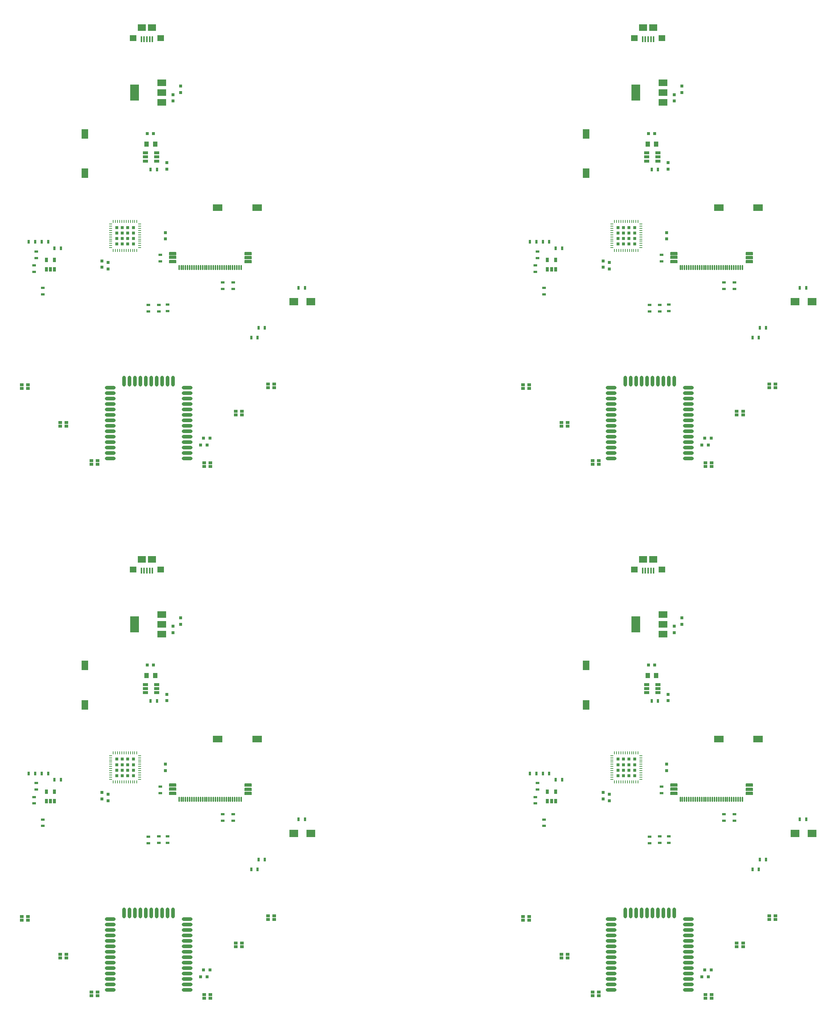
<source format=gtp>
G04 #@! TF.FileFunction,Paste,Top*
%FSLAX46Y46*%
G04 Gerber Fmt 4.6, Leading zero omitted, Abs format (unit mm)*
G04 Created by KiCad (PCBNEW 4.0.7-e2-6376~58~ubuntu16.04.1) date Sat Nov  3 10:34:09 2018*
%MOMM*%
%LPD*%
G01*
G04 APERTURE LIST*
%ADD10C,0.150000*%
%ADD11R,0.750000X0.800000*%
%ADD12R,0.650000X1.060000*%
%ADD13R,0.900000X0.500000*%
%ADD14R,0.500000X0.900000*%
%ADD15R,0.800000X0.750000*%
%ADD16R,2.180000X1.600000*%
%ADD17R,1.600000X2.180000*%
%ADD18R,1.220000X0.650000*%
%ADD19R,2.000000X3.800000*%
%ADD20R,2.000000X1.500000*%
%ADD21R,1.000000X1.250000*%
%ADD22R,0.850000X0.650000*%
%ADD23R,2.000000X1.700000*%
%ADD24R,1.600000X1.400000*%
%ADD25R,0.400000X1.350000*%
%ADD26R,1.900000X1.600000*%
%ADD27O,0.300000X1.250000*%
%ADD28O,0.250000X0.700000*%
%ADD29R,0.250000X0.700000*%
%ADD30O,0.700000X0.250000*%
%ADD31R,0.700000X0.250000*%
%ADD32R,0.772500X0.772500*%
%ADD33O,2.500000X0.900000*%
%ADD34O,0.900000X2.500000*%
G04 APERTURE END LIST*
D10*
X205050000Y-129225000D02*
X203850000Y-129225000D01*
X205050000Y-129125000D02*
X205050000Y-129225000D01*
X203750000Y-129125000D02*
X205050000Y-129125000D01*
X203750000Y-129325000D02*
X203750000Y-129125000D01*
X205150000Y-129325000D02*
X203750000Y-129325000D01*
X205150000Y-129025000D02*
X205150000Y-129325000D01*
X203750000Y-129025000D02*
X205150000Y-129025000D01*
X203750000Y-129425000D02*
X203750000Y-129025000D01*
X205050000Y-129425000D02*
X203750000Y-129425000D01*
X205150000Y-128925000D02*
X205150000Y-129525000D01*
X203650000Y-128925000D02*
X205150000Y-128925000D01*
X203650000Y-129525000D02*
X203650000Y-128925000D01*
X205150000Y-129525000D02*
X203650000Y-129525000D01*
X205050000Y-129225000D02*
X203850000Y-129225000D01*
X205050000Y-129125000D02*
X205050000Y-129225000D01*
X203750000Y-129125000D02*
X205050000Y-129125000D01*
X203750000Y-129325000D02*
X203750000Y-129125000D01*
X203750000Y-129425000D02*
X203750000Y-129025000D01*
X205050000Y-129425000D02*
X203750000Y-129425000D01*
X203650000Y-129525000D02*
X203650000Y-128925000D01*
X205150000Y-129525000D02*
X203650000Y-129525000D01*
X203650000Y-128925000D02*
X205150000Y-128925000D01*
X205150000Y-128925000D02*
X205150000Y-129525000D01*
X203750000Y-129025000D02*
X205150000Y-129025000D01*
X205150000Y-129325000D02*
X203750000Y-129325000D01*
X205150000Y-129025000D02*
X205150000Y-129325000D01*
X205050000Y-129225000D02*
X203850000Y-129225000D01*
X205050000Y-129125000D02*
X205050000Y-129225000D01*
X203750000Y-129125000D02*
X205050000Y-129125000D01*
X203750000Y-129325000D02*
X203750000Y-129125000D01*
X203750000Y-129425000D02*
X203750000Y-129025000D01*
X205050000Y-129425000D02*
X203750000Y-129425000D01*
X203650000Y-129525000D02*
X203650000Y-128925000D01*
X205150000Y-129525000D02*
X203650000Y-129525000D01*
X203650000Y-128925000D02*
X205150000Y-128925000D01*
X205150000Y-128925000D02*
X205150000Y-129525000D01*
X203750000Y-129025000D02*
X205150000Y-129025000D01*
X205150000Y-129325000D02*
X203750000Y-129325000D01*
X205150000Y-129025000D02*
X205150000Y-129325000D01*
X203650000Y-127925000D02*
X205150000Y-127925000D01*
X203750000Y-128025000D02*
X205150000Y-128025000D01*
X203750000Y-128025000D02*
X205150000Y-128025000D01*
X203650000Y-127925000D02*
X205150000Y-127925000D01*
X203650000Y-127925000D02*
X205150000Y-127925000D01*
X203750000Y-128025000D02*
X205150000Y-128025000D01*
X203750000Y-128425000D02*
X203750000Y-128025000D01*
X203750000Y-128325000D02*
X203750000Y-128125000D01*
X203750000Y-128325000D02*
X203750000Y-128125000D01*
X203750000Y-128425000D02*
X203750000Y-128025000D01*
X203750000Y-128425000D02*
X203750000Y-128025000D01*
X203750000Y-128325000D02*
X203750000Y-128125000D01*
X205150000Y-128525000D02*
X203650000Y-128525000D01*
X205150000Y-128525000D02*
X203650000Y-128525000D01*
X205150000Y-128325000D02*
X203750000Y-128325000D01*
X205150000Y-128325000D02*
X203750000Y-128325000D01*
X205150000Y-128525000D02*
X203650000Y-128525000D01*
X205150000Y-128325000D02*
X203750000Y-128325000D01*
X205050000Y-128425000D02*
X203750000Y-128425000D01*
X205050000Y-128425000D02*
X203750000Y-128425000D01*
X203750000Y-128125000D02*
X205050000Y-128125000D01*
X203650000Y-128525000D02*
X203650000Y-127925000D01*
X203650000Y-128525000D02*
X203650000Y-127925000D01*
X205050000Y-128425000D02*
X203750000Y-128425000D01*
X203650000Y-128525000D02*
X203650000Y-127925000D01*
X205150000Y-127925000D02*
X205150000Y-128525000D01*
X205150000Y-128025000D02*
X205150000Y-128325000D01*
X205150000Y-128025000D02*
X205150000Y-128325000D01*
X205150000Y-128025000D02*
X205150000Y-128325000D01*
X205150000Y-127925000D02*
X205150000Y-128525000D01*
X205150000Y-127925000D02*
X205150000Y-128525000D01*
X203750000Y-128125000D02*
X205050000Y-128125000D01*
X203750000Y-128125000D02*
X205050000Y-128125000D01*
X205050000Y-128225000D02*
X203850000Y-128225000D01*
X205050000Y-128225000D02*
X203850000Y-128225000D01*
X205050000Y-128225000D02*
X203850000Y-128225000D01*
X205050000Y-128125000D02*
X205050000Y-128225000D01*
X205050000Y-128125000D02*
X205050000Y-128225000D01*
X205050000Y-128125000D02*
X205050000Y-128225000D01*
X203650000Y-127025000D02*
X205150000Y-127025000D01*
X203750000Y-127125000D02*
X205150000Y-127125000D01*
X203750000Y-127125000D02*
X205150000Y-127125000D01*
X203650000Y-127025000D02*
X205150000Y-127025000D01*
X203650000Y-127025000D02*
X205150000Y-127025000D01*
X203750000Y-127125000D02*
X205150000Y-127125000D01*
X203750000Y-127525000D02*
X203750000Y-127125000D01*
X203750000Y-127425000D02*
X203750000Y-127225000D01*
X203750000Y-127425000D02*
X203750000Y-127225000D01*
X203750000Y-127525000D02*
X203750000Y-127125000D01*
X203750000Y-127525000D02*
X203750000Y-127125000D01*
X203750000Y-127425000D02*
X203750000Y-127225000D01*
X205150000Y-127625000D02*
X203650000Y-127625000D01*
X205150000Y-127625000D02*
X203650000Y-127625000D01*
X205150000Y-127425000D02*
X203750000Y-127425000D01*
X205150000Y-127425000D02*
X203750000Y-127425000D01*
X205150000Y-127625000D02*
X203650000Y-127625000D01*
X205150000Y-127425000D02*
X203750000Y-127425000D01*
X205050000Y-127525000D02*
X203750000Y-127525000D01*
X205050000Y-127525000D02*
X203750000Y-127525000D01*
X203750000Y-127225000D02*
X205050000Y-127225000D01*
X203650000Y-127625000D02*
X203650000Y-127025000D01*
X203650000Y-127625000D02*
X203650000Y-127025000D01*
X205050000Y-127525000D02*
X203750000Y-127525000D01*
X203650000Y-127625000D02*
X203650000Y-127025000D01*
X205150000Y-127025000D02*
X205150000Y-127625000D01*
X205150000Y-127125000D02*
X205150000Y-127425000D01*
X205150000Y-127125000D02*
X205150000Y-127425000D01*
X205150000Y-127125000D02*
X205150000Y-127425000D01*
X205150000Y-127025000D02*
X205150000Y-127625000D01*
X205150000Y-127025000D02*
X205150000Y-127625000D01*
X203750000Y-127225000D02*
X205050000Y-127225000D01*
X203750000Y-127225000D02*
X205050000Y-127225000D01*
X205050000Y-127325000D02*
X203850000Y-127325000D01*
X205050000Y-127325000D02*
X203850000Y-127325000D01*
X205050000Y-127325000D02*
X203850000Y-127325000D01*
X205050000Y-127225000D02*
X205050000Y-127325000D01*
X205050000Y-127225000D02*
X205050000Y-127325000D01*
X205050000Y-127225000D02*
X205050000Y-127325000D01*
X221250000Y-127025000D02*
X222750000Y-127025000D01*
X221350000Y-127125000D02*
X222750000Y-127125000D01*
X221350000Y-127125000D02*
X222750000Y-127125000D01*
X221250000Y-127025000D02*
X222750000Y-127025000D01*
X221250000Y-127025000D02*
X222750000Y-127025000D01*
X221350000Y-127125000D02*
X222750000Y-127125000D01*
X221350000Y-127525000D02*
X221350000Y-127125000D01*
X221350000Y-127425000D02*
X221350000Y-127225000D01*
X221350000Y-127425000D02*
X221350000Y-127225000D01*
X221350000Y-127525000D02*
X221350000Y-127125000D01*
X221350000Y-127525000D02*
X221350000Y-127125000D01*
X221350000Y-127425000D02*
X221350000Y-127225000D01*
X222750000Y-127625000D02*
X221250000Y-127625000D01*
X222750000Y-127625000D02*
X221250000Y-127625000D01*
X222750000Y-127425000D02*
X221350000Y-127425000D01*
X222750000Y-127425000D02*
X221350000Y-127425000D01*
X222750000Y-127625000D02*
X221250000Y-127625000D01*
X222750000Y-127425000D02*
X221350000Y-127425000D01*
X222650000Y-127525000D02*
X221350000Y-127525000D01*
X222650000Y-127525000D02*
X221350000Y-127525000D01*
X221350000Y-127225000D02*
X222650000Y-127225000D01*
X221250000Y-127625000D02*
X221250000Y-127025000D01*
X221250000Y-127625000D02*
X221250000Y-127025000D01*
X222650000Y-127525000D02*
X221350000Y-127525000D01*
X221250000Y-127625000D02*
X221250000Y-127025000D01*
X222750000Y-127025000D02*
X222750000Y-127625000D01*
X222750000Y-127125000D02*
X222750000Y-127425000D01*
X222750000Y-127125000D02*
X222750000Y-127425000D01*
X222750000Y-127125000D02*
X222750000Y-127425000D01*
X222750000Y-127025000D02*
X222750000Y-127625000D01*
X222750000Y-127025000D02*
X222750000Y-127625000D01*
X221350000Y-127225000D02*
X222650000Y-127225000D01*
X221350000Y-127225000D02*
X222650000Y-127225000D01*
X222650000Y-127325000D02*
X221450000Y-127325000D01*
X222650000Y-127325000D02*
X221450000Y-127325000D01*
X222650000Y-127325000D02*
X221450000Y-127325000D01*
X222650000Y-127225000D02*
X222650000Y-127325000D01*
X222650000Y-127225000D02*
X222650000Y-127325000D01*
X222650000Y-127225000D02*
X222650000Y-127325000D01*
X221250000Y-128025000D02*
X222750000Y-128025000D01*
X221350000Y-128125000D02*
X222750000Y-128125000D01*
X221350000Y-128125000D02*
X222750000Y-128125000D01*
X221250000Y-128025000D02*
X222750000Y-128025000D01*
X221250000Y-128025000D02*
X222750000Y-128025000D01*
X221350000Y-128125000D02*
X222750000Y-128125000D01*
X221350000Y-128525000D02*
X221350000Y-128125000D01*
X221350000Y-128425000D02*
X221350000Y-128225000D01*
X221350000Y-128425000D02*
X221350000Y-128225000D01*
X221350000Y-128525000D02*
X221350000Y-128125000D01*
X221350000Y-128525000D02*
X221350000Y-128125000D01*
X221350000Y-128425000D02*
X221350000Y-128225000D01*
X222750000Y-128625000D02*
X221250000Y-128625000D01*
X222750000Y-128625000D02*
X221250000Y-128625000D01*
X222750000Y-128425000D02*
X221350000Y-128425000D01*
X222750000Y-128425000D02*
X221350000Y-128425000D01*
X222750000Y-128625000D02*
X221250000Y-128625000D01*
X222750000Y-128425000D02*
X221350000Y-128425000D01*
X222650000Y-128525000D02*
X221350000Y-128525000D01*
X222650000Y-128525000D02*
X221350000Y-128525000D01*
X221350000Y-128225000D02*
X222650000Y-128225000D01*
X221250000Y-128625000D02*
X221250000Y-128025000D01*
X221250000Y-128625000D02*
X221250000Y-128025000D01*
X222650000Y-128525000D02*
X221350000Y-128525000D01*
X221250000Y-128625000D02*
X221250000Y-128025000D01*
X222750000Y-128025000D02*
X222750000Y-128625000D01*
X222750000Y-128125000D02*
X222750000Y-128425000D01*
X222750000Y-128125000D02*
X222750000Y-128425000D01*
X222750000Y-128125000D02*
X222750000Y-128425000D01*
X222750000Y-128025000D02*
X222750000Y-128625000D01*
X222750000Y-128025000D02*
X222750000Y-128625000D01*
X221350000Y-128225000D02*
X222650000Y-128225000D01*
X221350000Y-128225000D02*
X222650000Y-128225000D01*
X222650000Y-128325000D02*
X221450000Y-128325000D01*
X222650000Y-128325000D02*
X221450000Y-128325000D01*
X222650000Y-128325000D02*
X221450000Y-128325000D01*
X222650000Y-128225000D02*
X222650000Y-128325000D01*
X222650000Y-128225000D02*
X222650000Y-128325000D01*
X222650000Y-128225000D02*
X222650000Y-128325000D01*
X221250000Y-128925000D02*
X222750000Y-128925000D01*
X221350000Y-129025000D02*
X222750000Y-129025000D01*
X221350000Y-129025000D02*
X222750000Y-129025000D01*
X221250000Y-128925000D02*
X222750000Y-128925000D01*
X221250000Y-128925000D02*
X222750000Y-128925000D01*
X221350000Y-129025000D02*
X222750000Y-129025000D01*
X221350000Y-129425000D02*
X221350000Y-129025000D01*
X221350000Y-129325000D02*
X221350000Y-129125000D01*
X221350000Y-129325000D02*
X221350000Y-129125000D01*
X221350000Y-129425000D02*
X221350000Y-129025000D01*
X221350000Y-129425000D02*
X221350000Y-129025000D01*
X221350000Y-129325000D02*
X221350000Y-129125000D01*
X222750000Y-129525000D02*
X221250000Y-129525000D01*
X222750000Y-129525000D02*
X221250000Y-129525000D01*
X222750000Y-129325000D02*
X221350000Y-129325000D01*
X222750000Y-129325000D02*
X221350000Y-129325000D01*
X222750000Y-129525000D02*
X221250000Y-129525000D01*
X222750000Y-129325000D02*
X221350000Y-129325000D01*
X222650000Y-129425000D02*
X221350000Y-129425000D01*
X222650000Y-129425000D02*
X221350000Y-129425000D01*
X221350000Y-129125000D02*
X222650000Y-129125000D01*
X221250000Y-129525000D02*
X221250000Y-128925000D01*
X221250000Y-129525000D02*
X221250000Y-128925000D01*
X222650000Y-129425000D02*
X221350000Y-129425000D01*
X221250000Y-129525000D02*
X221250000Y-128925000D01*
X222750000Y-128925000D02*
X222750000Y-129525000D01*
X222750000Y-129025000D02*
X222750000Y-129325000D01*
X222750000Y-129025000D02*
X222750000Y-129325000D01*
X222750000Y-129025000D02*
X222750000Y-129325000D01*
X222750000Y-128925000D02*
X222750000Y-129525000D01*
X222750000Y-128925000D02*
X222750000Y-129525000D01*
X221350000Y-129125000D02*
X222650000Y-129125000D01*
X221350000Y-129125000D02*
X222650000Y-129125000D01*
X222650000Y-129225000D02*
X221450000Y-129225000D01*
X222650000Y-129225000D02*
X221450000Y-129225000D01*
X222650000Y-129225000D02*
X221450000Y-129225000D01*
X222650000Y-129125000D02*
X222650000Y-129225000D01*
X222650000Y-129125000D02*
X222650000Y-129225000D01*
X222650000Y-129125000D02*
X222650000Y-129225000D01*
X88050000Y-129225000D02*
X86850000Y-129225000D01*
X88050000Y-129125000D02*
X88050000Y-129225000D01*
X86750000Y-129125000D02*
X88050000Y-129125000D01*
X86750000Y-129325000D02*
X86750000Y-129125000D01*
X88150000Y-129325000D02*
X86750000Y-129325000D01*
X88150000Y-129025000D02*
X88150000Y-129325000D01*
X86750000Y-129025000D02*
X88150000Y-129025000D01*
X86750000Y-129425000D02*
X86750000Y-129025000D01*
X88050000Y-129425000D02*
X86750000Y-129425000D01*
X88150000Y-128925000D02*
X88150000Y-129525000D01*
X86650000Y-128925000D02*
X88150000Y-128925000D01*
X86650000Y-129525000D02*
X86650000Y-128925000D01*
X88150000Y-129525000D02*
X86650000Y-129525000D01*
X88050000Y-129225000D02*
X86850000Y-129225000D01*
X88050000Y-129125000D02*
X88050000Y-129225000D01*
X86750000Y-129125000D02*
X88050000Y-129125000D01*
X86750000Y-129325000D02*
X86750000Y-129125000D01*
X86750000Y-129425000D02*
X86750000Y-129025000D01*
X88050000Y-129425000D02*
X86750000Y-129425000D01*
X86650000Y-129525000D02*
X86650000Y-128925000D01*
X88150000Y-129525000D02*
X86650000Y-129525000D01*
X86650000Y-128925000D02*
X88150000Y-128925000D01*
X88150000Y-128925000D02*
X88150000Y-129525000D01*
X86750000Y-129025000D02*
X88150000Y-129025000D01*
X88150000Y-129325000D02*
X86750000Y-129325000D01*
X88150000Y-129025000D02*
X88150000Y-129325000D01*
X88050000Y-129225000D02*
X86850000Y-129225000D01*
X88050000Y-129125000D02*
X88050000Y-129225000D01*
X86750000Y-129125000D02*
X88050000Y-129125000D01*
X86750000Y-129325000D02*
X86750000Y-129125000D01*
X86750000Y-129425000D02*
X86750000Y-129025000D01*
X88050000Y-129425000D02*
X86750000Y-129425000D01*
X86650000Y-129525000D02*
X86650000Y-128925000D01*
X88150000Y-129525000D02*
X86650000Y-129525000D01*
X86650000Y-128925000D02*
X88150000Y-128925000D01*
X88150000Y-128925000D02*
X88150000Y-129525000D01*
X86750000Y-129025000D02*
X88150000Y-129025000D01*
X88150000Y-129325000D02*
X86750000Y-129325000D01*
X88150000Y-129025000D02*
X88150000Y-129325000D01*
X86650000Y-127925000D02*
X88150000Y-127925000D01*
X86750000Y-128025000D02*
X88150000Y-128025000D01*
X86750000Y-128025000D02*
X88150000Y-128025000D01*
X86650000Y-127925000D02*
X88150000Y-127925000D01*
X86650000Y-127925000D02*
X88150000Y-127925000D01*
X86750000Y-128025000D02*
X88150000Y-128025000D01*
X86750000Y-128425000D02*
X86750000Y-128025000D01*
X86750000Y-128325000D02*
X86750000Y-128125000D01*
X86750000Y-128325000D02*
X86750000Y-128125000D01*
X86750000Y-128425000D02*
X86750000Y-128025000D01*
X86750000Y-128425000D02*
X86750000Y-128025000D01*
X86750000Y-128325000D02*
X86750000Y-128125000D01*
X88150000Y-128525000D02*
X86650000Y-128525000D01*
X88150000Y-128525000D02*
X86650000Y-128525000D01*
X88150000Y-128325000D02*
X86750000Y-128325000D01*
X88150000Y-128325000D02*
X86750000Y-128325000D01*
X88150000Y-128525000D02*
X86650000Y-128525000D01*
X88150000Y-128325000D02*
X86750000Y-128325000D01*
X88050000Y-128425000D02*
X86750000Y-128425000D01*
X88050000Y-128425000D02*
X86750000Y-128425000D01*
X86750000Y-128125000D02*
X88050000Y-128125000D01*
X86650000Y-128525000D02*
X86650000Y-127925000D01*
X86650000Y-128525000D02*
X86650000Y-127925000D01*
X88050000Y-128425000D02*
X86750000Y-128425000D01*
X86650000Y-128525000D02*
X86650000Y-127925000D01*
X88150000Y-127925000D02*
X88150000Y-128525000D01*
X88150000Y-128025000D02*
X88150000Y-128325000D01*
X88150000Y-128025000D02*
X88150000Y-128325000D01*
X88150000Y-128025000D02*
X88150000Y-128325000D01*
X88150000Y-127925000D02*
X88150000Y-128525000D01*
X88150000Y-127925000D02*
X88150000Y-128525000D01*
X86750000Y-128125000D02*
X88050000Y-128125000D01*
X86750000Y-128125000D02*
X88050000Y-128125000D01*
X88050000Y-128225000D02*
X86850000Y-128225000D01*
X88050000Y-128225000D02*
X86850000Y-128225000D01*
X88050000Y-128225000D02*
X86850000Y-128225000D01*
X88050000Y-128125000D02*
X88050000Y-128225000D01*
X88050000Y-128125000D02*
X88050000Y-128225000D01*
X88050000Y-128125000D02*
X88050000Y-128225000D01*
X86650000Y-127025000D02*
X88150000Y-127025000D01*
X86750000Y-127125000D02*
X88150000Y-127125000D01*
X86750000Y-127125000D02*
X88150000Y-127125000D01*
X86650000Y-127025000D02*
X88150000Y-127025000D01*
X86650000Y-127025000D02*
X88150000Y-127025000D01*
X86750000Y-127125000D02*
X88150000Y-127125000D01*
X86750000Y-127525000D02*
X86750000Y-127125000D01*
X86750000Y-127425000D02*
X86750000Y-127225000D01*
X86750000Y-127425000D02*
X86750000Y-127225000D01*
X86750000Y-127525000D02*
X86750000Y-127125000D01*
X86750000Y-127525000D02*
X86750000Y-127125000D01*
X86750000Y-127425000D02*
X86750000Y-127225000D01*
X88150000Y-127625000D02*
X86650000Y-127625000D01*
X88150000Y-127625000D02*
X86650000Y-127625000D01*
X88150000Y-127425000D02*
X86750000Y-127425000D01*
X88150000Y-127425000D02*
X86750000Y-127425000D01*
X88150000Y-127625000D02*
X86650000Y-127625000D01*
X88150000Y-127425000D02*
X86750000Y-127425000D01*
X88050000Y-127525000D02*
X86750000Y-127525000D01*
X88050000Y-127525000D02*
X86750000Y-127525000D01*
X86750000Y-127225000D02*
X88050000Y-127225000D01*
X86650000Y-127625000D02*
X86650000Y-127025000D01*
X86650000Y-127625000D02*
X86650000Y-127025000D01*
X88050000Y-127525000D02*
X86750000Y-127525000D01*
X86650000Y-127625000D02*
X86650000Y-127025000D01*
X88150000Y-127025000D02*
X88150000Y-127625000D01*
X88150000Y-127125000D02*
X88150000Y-127425000D01*
X88150000Y-127125000D02*
X88150000Y-127425000D01*
X88150000Y-127125000D02*
X88150000Y-127425000D01*
X88150000Y-127025000D02*
X88150000Y-127625000D01*
X88150000Y-127025000D02*
X88150000Y-127625000D01*
X86750000Y-127225000D02*
X88050000Y-127225000D01*
X86750000Y-127225000D02*
X88050000Y-127225000D01*
X88050000Y-127325000D02*
X86850000Y-127325000D01*
X88050000Y-127325000D02*
X86850000Y-127325000D01*
X88050000Y-127325000D02*
X86850000Y-127325000D01*
X88050000Y-127225000D02*
X88050000Y-127325000D01*
X88050000Y-127225000D02*
X88050000Y-127325000D01*
X88050000Y-127225000D02*
X88050000Y-127325000D01*
X104250000Y-127025000D02*
X105750000Y-127025000D01*
X104350000Y-127125000D02*
X105750000Y-127125000D01*
X104350000Y-127125000D02*
X105750000Y-127125000D01*
X104250000Y-127025000D02*
X105750000Y-127025000D01*
X104250000Y-127025000D02*
X105750000Y-127025000D01*
X104350000Y-127125000D02*
X105750000Y-127125000D01*
X104350000Y-127525000D02*
X104350000Y-127125000D01*
X104350000Y-127425000D02*
X104350000Y-127225000D01*
X104350000Y-127425000D02*
X104350000Y-127225000D01*
X104350000Y-127525000D02*
X104350000Y-127125000D01*
X104350000Y-127525000D02*
X104350000Y-127125000D01*
X104350000Y-127425000D02*
X104350000Y-127225000D01*
X105750000Y-127625000D02*
X104250000Y-127625000D01*
X105750000Y-127625000D02*
X104250000Y-127625000D01*
X105750000Y-127425000D02*
X104350000Y-127425000D01*
X105750000Y-127425000D02*
X104350000Y-127425000D01*
X105750000Y-127625000D02*
X104250000Y-127625000D01*
X105750000Y-127425000D02*
X104350000Y-127425000D01*
X105650000Y-127525000D02*
X104350000Y-127525000D01*
X105650000Y-127525000D02*
X104350000Y-127525000D01*
X104350000Y-127225000D02*
X105650000Y-127225000D01*
X104250000Y-127625000D02*
X104250000Y-127025000D01*
X104250000Y-127625000D02*
X104250000Y-127025000D01*
X105650000Y-127525000D02*
X104350000Y-127525000D01*
X104250000Y-127625000D02*
X104250000Y-127025000D01*
X105750000Y-127025000D02*
X105750000Y-127625000D01*
X105750000Y-127125000D02*
X105750000Y-127425000D01*
X105750000Y-127125000D02*
X105750000Y-127425000D01*
X105750000Y-127125000D02*
X105750000Y-127425000D01*
X105750000Y-127025000D02*
X105750000Y-127625000D01*
X105750000Y-127025000D02*
X105750000Y-127625000D01*
X104350000Y-127225000D02*
X105650000Y-127225000D01*
X104350000Y-127225000D02*
X105650000Y-127225000D01*
X105650000Y-127325000D02*
X104450000Y-127325000D01*
X105650000Y-127325000D02*
X104450000Y-127325000D01*
X105650000Y-127325000D02*
X104450000Y-127325000D01*
X105650000Y-127225000D02*
X105650000Y-127325000D01*
X105650000Y-127225000D02*
X105650000Y-127325000D01*
X105650000Y-127225000D02*
X105650000Y-127325000D01*
X104250000Y-128025000D02*
X105750000Y-128025000D01*
X104350000Y-128125000D02*
X105750000Y-128125000D01*
X104350000Y-128125000D02*
X105750000Y-128125000D01*
X104250000Y-128025000D02*
X105750000Y-128025000D01*
X104250000Y-128025000D02*
X105750000Y-128025000D01*
X104350000Y-128125000D02*
X105750000Y-128125000D01*
X104350000Y-128525000D02*
X104350000Y-128125000D01*
X104350000Y-128425000D02*
X104350000Y-128225000D01*
X104350000Y-128425000D02*
X104350000Y-128225000D01*
X104350000Y-128525000D02*
X104350000Y-128125000D01*
X104350000Y-128525000D02*
X104350000Y-128125000D01*
X104350000Y-128425000D02*
X104350000Y-128225000D01*
X105750000Y-128625000D02*
X104250000Y-128625000D01*
X105750000Y-128625000D02*
X104250000Y-128625000D01*
X105750000Y-128425000D02*
X104350000Y-128425000D01*
X105750000Y-128425000D02*
X104350000Y-128425000D01*
X105750000Y-128625000D02*
X104250000Y-128625000D01*
X105750000Y-128425000D02*
X104350000Y-128425000D01*
X105650000Y-128525000D02*
X104350000Y-128525000D01*
X105650000Y-128525000D02*
X104350000Y-128525000D01*
X104350000Y-128225000D02*
X105650000Y-128225000D01*
X104250000Y-128625000D02*
X104250000Y-128025000D01*
X104250000Y-128625000D02*
X104250000Y-128025000D01*
X105650000Y-128525000D02*
X104350000Y-128525000D01*
X104250000Y-128625000D02*
X104250000Y-128025000D01*
X105750000Y-128025000D02*
X105750000Y-128625000D01*
X105750000Y-128125000D02*
X105750000Y-128425000D01*
X105750000Y-128125000D02*
X105750000Y-128425000D01*
X105750000Y-128125000D02*
X105750000Y-128425000D01*
X105750000Y-128025000D02*
X105750000Y-128625000D01*
X105750000Y-128025000D02*
X105750000Y-128625000D01*
X104350000Y-128225000D02*
X105650000Y-128225000D01*
X104350000Y-128225000D02*
X105650000Y-128225000D01*
X105650000Y-128325000D02*
X104450000Y-128325000D01*
X105650000Y-128325000D02*
X104450000Y-128325000D01*
X105650000Y-128325000D02*
X104450000Y-128325000D01*
X105650000Y-128225000D02*
X105650000Y-128325000D01*
X105650000Y-128225000D02*
X105650000Y-128325000D01*
X105650000Y-128225000D02*
X105650000Y-128325000D01*
X104250000Y-128925000D02*
X105750000Y-128925000D01*
X104350000Y-129025000D02*
X105750000Y-129025000D01*
X104350000Y-129025000D02*
X105750000Y-129025000D01*
X104250000Y-128925000D02*
X105750000Y-128925000D01*
X104250000Y-128925000D02*
X105750000Y-128925000D01*
X104350000Y-129025000D02*
X105750000Y-129025000D01*
X104350000Y-129425000D02*
X104350000Y-129025000D01*
X104350000Y-129325000D02*
X104350000Y-129125000D01*
X104350000Y-129325000D02*
X104350000Y-129125000D01*
X104350000Y-129425000D02*
X104350000Y-129025000D01*
X104350000Y-129425000D02*
X104350000Y-129025000D01*
X104350000Y-129325000D02*
X104350000Y-129125000D01*
X105750000Y-129525000D02*
X104250000Y-129525000D01*
X105750000Y-129525000D02*
X104250000Y-129525000D01*
X105750000Y-129325000D02*
X104350000Y-129325000D01*
X105750000Y-129325000D02*
X104350000Y-129325000D01*
X105750000Y-129525000D02*
X104250000Y-129525000D01*
X105750000Y-129325000D02*
X104350000Y-129325000D01*
X105650000Y-129425000D02*
X104350000Y-129425000D01*
X105650000Y-129425000D02*
X104350000Y-129425000D01*
X104350000Y-129125000D02*
X105650000Y-129125000D01*
X104250000Y-129525000D02*
X104250000Y-128925000D01*
X104250000Y-129525000D02*
X104250000Y-128925000D01*
X105650000Y-129425000D02*
X104350000Y-129425000D01*
X104250000Y-129525000D02*
X104250000Y-128925000D01*
X105750000Y-128925000D02*
X105750000Y-129525000D01*
X105750000Y-129025000D02*
X105750000Y-129325000D01*
X105750000Y-129025000D02*
X105750000Y-129325000D01*
X105750000Y-129025000D02*
X105750000Y-129325000D01*
X105750000Y-128925000D02*
X105750000Y-129525000D01*
X105750000Y-128925000D02*
X105750000Y-129525000D01*
X104350000Y-129125000D02*
X105650000Y-129125000D01*
X104350000Y-129125000D02*
X105650000Y-129125000D01*
X105650000Y-129225000D02*
X104450000Y-129225000D01*
X105650000Y-129225000D02*
X104450000Y-129225000D01*
X105650000Y-129225000D02*
X104450000Y-129225000D01*
X105650000Y-129125000D02*
X105650000Y-129225000D01*
X105650000Y-129125000D02*
X105650000Y-129225000D01*
X105650000Y-129125000D02*
X105650000Y-129225000D01*
X205050000Y-5225000D02*
X203850000Y-5225000D01*
X205050000Y-5125000D02*
X205050000Y-5225000D01*
X203750000Y-5125000D02*
X205050000Y-5125000D01*
X203750000Y-5325000D02*
X203750000Y-5125000D01*
X205150000Y-5325000D02*
X203750000Y-5325000D01*
X205150000Y-5025000D02*
X205150000Y-5325000D01*
X203750000Y-5025000D02*
X205150000Y-5025000D01*
X203750000Y-5425000D02*
X203750000Y-5025000D01*
X205050000Y-5425000D02*
X203750000Y-5425000D01*
X205150000Y-4925000D02*
X205150000Y-5525000D01*
X203650000Y-4925000D02*
X205150000Y-4925000D01*
X203650000Y-5525000D02*
X203650000Y-4925000D01*
X205150000Y-5525000D02*
X203650000Y-5525000D01*
X205050000Y-5225000D02*
X203850000Y-5225000D01*
X205050000Y-5125000D02*
X205050000Y-5225000D01*
X203750000Y-5125000D02*
X205050000Y-5125000D01*
X203750000Y-5325000D02*
X203750000Y-5125000D01*
X203750000Y-5425000D02*
X203750000Y-5025000D01*
X205050000Y-5425000D02*
X203750000Y-5425000D01*
X203650000Y-5525000D02*
X203650000Y-4925000D01*
X205150000Y-5525000D02*
X203650000Y-5525000D01*
X203650000Y-4925000D02*
X205150000Y-4925000D01*
X205150000Y-4925000D02*
X205150000Y-5525000D01*
X203750000Y-5025000D02*
X205150000Y-5025000D01*
X205150000Y-5325000D02*
X203750000Y-5325000D01*
X205150000Y-5025000D02*
X205150000Y-5325000D01*
X205050000Y-5225000D02*
X203850000Y-5225000D01*
X205050000Y-5125000D02*
X205050000Y-5225000D01*
X203750000Y-5125000D02*
X205050000Y-5125000D01*
X203750000Y-5325000D02*
X203750000Y-5125000D01*
X203750000Y-5425000D02*
X203750000Y-5025000D01*
X205050000Y-5425000D02*
X203750000Y-5425000D01*
X203650000Y-5525000D02*
X203650000Y-4925000D01*
X205150000Y-5525000D02*
X203650000Y-5525000D01*
X203650000Y-4925000D02*
X205150000Y-4925000D01*
X205150000Y-4925000D02*
X205150000Y-5525000D01*
X203750000Y-5025000D02*
X205150000Y-5025000D01*
X205150000Y-5325000D02*
X203750000Y-5325000D01*
X205150000Y-5025000D02*
X205150000Y-5325000D01*
X203650000Y-3925000D02*
X205150000Y-3925000D01*
X203750000Y-4025000D02*
X205150000Y-4025000D01*
X203750000Y-4025000D02*
X205150000Y-4025000D01*
X203650000Y-3925000D02*
X205150000Y-3925000D01*
X203650000Y-3925000D02*
X205150000Y-3925000D01*
X203750000Y-4025000D02*
X205150000Y-4025000D01*
X203750000Y-4425000D02*
X203750000Y-4025000D01*
X203750000Y-4325000D02*
X203750000Y-4125000D01*
X203750000Y-4325000D02*
X203750000Y-4125000D01*
X203750000Y-4425000D02*
X203750000Y-4025000D01*
X203750000Y-4425000D02*
X203750000Y-4025000D01*
X203750000Y-4325000D02*
X203750000Y-4125000D01*
X205150000Y-4525000D02*
X203650000Y-4525000D01*
X205150000Y-4525000D02*
X203650000Y-4525000D01*
X205150000Y-4325000D02*
X203750000Y-4325000D01*
X205150000Y-4325000D02*
X203750000Y-4325000D01*
X205150000Y-4525000D02*
X203650000Y-4525000D01*
X205150000Y-4325000D02*
X203750000Y-4325000D01*
X205050000Y-4425000D02*
X203750000Y-4425000D01*
X205050000Y-4425000D02*
X203750000Y-4425000D01*
X203750000Y-4125000D02*
X205050000Y-4125000D01*
X203650000Y-4525000D02*
X203650000Y-3925000D01*
X203650000Y-4525000D02*
X203650000Y-3925000D01*
X205050000Y-4425000D02*
X203750000Y-4425000D01*
X203650000Y-4525000D02*
X203650000Y-3925000D01*
X205150000Y-3925000D02*
X205150000Y-4525000D01*
X205150000Y-4025000D02*
X205150000Y-4325000D01*
X205150000Y-4025000D02*
X205150000Y-4325000D01*
X205150000Y-4025000D02*
X205150000Y-4325000D01*
X205150000Y-3925000D02*
X205150000Y-4525000D01*
X205150000Y-3925000D02*
X205150000Y-4525000D01*
X203750000Y-4125000D02*
X205050000Y-4125000D01*
X203750000Y-4125000D02*
X205050000Y-4125000D01*
X205050000Y-4225000D02*
X203850000Y-4225000D01*
X205050000Y-4225000D02*
X203850000Y-4225000D01*
X205050000Y-4225000D02*
X203850000Y-4225000D01*
X205050000Y-4125000D02*
X205050000Y-4225000D01*
X205050000Y-4125000D02*
X205050000Y-4225000D01*
X205050000Y-4125000D02*
X205050000Y-4225000D01*
X203650000Y-3025000D02*
X205150000Y-3025000D01*
X203750000Y-3125000D02*
X205150000Y-3125000D01*
X203750000Y-3125000D02*
X205150000Y-3125000D01*
X203650000Y-3025000D02*
X205150000Y-3025000D01*
X203650000Y-3025000D02*
X205150000Y-3025000D01*
X203750000Y-3125000D02*
X205150000Y-3125000D01*
X203750000Y-3525000D02*
X203750000Y-3125000D01*
X203750000Y-3425000D02*
X203750000Y-3225000D01*
X203750000Y-3425000D02*
X203750000Y-3225000D01*
X203750000Y-3525000D02*
X203750000Y-3125000D01*
X203750000Y-3525000D02*
X203750000Y-3125000D01*
X203750000Y-3425000D02*
X203750000Y-3225000D01*
X205150000Y-3625000D02*
X203650000Y-3625000D01*
X205150000Y-3625000D02*
X203650000Y-3625000D01*
X205150000Y-3425000D02*
X203750000Y-3425000D01*
X205150000Y-3425000D02*
X203750000Y-3425000D01*
X205150000Y-3625000D02*
X203650000Y-3625000D01*
X205150000Y-3425000D02*
X203750000Y-3425000D01*
X205050000Y-3525000D02*
X203750000Y-3525000D01*
X205050000Y-3525000D02*
X203750000Y-3525000D01*
X203750000Y-3225000D02*
X205050000Y-3225000D01*
X203650000Y-3625000D02*
X203650000Y-3025000D01*
X203650000Y-3625000D02*
X203650000Y-3025000D01*
X205050000Y-3525000D02*
X203750000Y-3525000D01*
X203650000Y-3625000D02*
X203650000Y-3025000D01*
X205150000Y-3025000D02*
X205150000Y-3625000D01*
X205150000Y-3125000D02*
X205150000Y-3425000D01*
X205150000Y-3125000D02*
X205150000Y-3425000D01*
X205150000Y-3125000D02*
X205150000Y-3425000D01*
X205150000Y-3025000D02*
X205150000Y-3625000D01*
X205150000Y-3025000D02*
X205150000Y-3625000D01*
X203750000Y-3225000D02*
X205050000Y-3225000D01*
X203750000Y-3225000D02*
X205050000Y-3225000D01*
X205050000Y-3325000D02*
X203850000Y-3325000D01*
X205050000Y-3325000D02*
X203850000Y-3325000D01*
X205050000Y-3325000D02*
X203850000Y-3325000D01*
X205050000Y-3225000D02*
X205050000Y-3325000D01*
X205050000Y-3225000D02*
X205050000Y-3325000D01*
X205050000Y-3225000D02*
X205050000Y-3325000D01*
X221250000Y-3025000D02*
X222750000Y-3025000D01*
X221350000Y-3125000D02*
X222750000Y-3125000D01*
X221350000Y-3125000D02*
X222750000Y-3125000D01*
X221250000Y-3025000D02*
X222750000Y-3025000D01*
X221250000Y-3025000D02*
X222750000Y-3025000D01*
X221350000Y-3125000D02*
X222750000Y-3125000D01*
X221350000Y-3525000D02*
X221350000Y-3125000D01*
X221350000Y-3425000D02*
X221350000Y-3225000D01*
X221350000Y-3425000D02*
X221350000Y-3225000D01*
X221350000Y-3525000D02*
X221350000Y-3125000D01*
X221350000Y-3525000D02*
X221350000Y-3125000D01*
X221350000Y-3425000D02*
X221350000Y-3225000D01*
X222750000Y-3625000D02*
X221250000Y-3625000D01*
X222750000Y-3625000D02*
X221250000Y-3625000D01*
X222750000Y-3425000D02*
X221350000Y-3425000D01*
X222750000Y-3425000D02*
X221350000Y-3425000D01*
X222750000Y-3625000D02*
X221250000Y-3625000D01*
X222750000Y-3425000D02*
X221350000Y-3425000D01*
X222650000Y-3525000D02*
X221350000Y-3525000D01*
X222650000Y-3525000D02*
X221350000Y-3525000D01*
X221350000Y-3225000D02*
X222650000Y-3225000D01*
X221250000Y-3625000D02*
X221250000Y-3025000D01*
X221250000Y-3625000D02*
X221250000Y-3025000D01*
X222650000Y-3525000D02*
X221350000Y-3525000D01*
X221250000Y-3625000D02*
X221250000Y-3025000D01*
X222750000Y-3025000D02*
X222750000Y-3625000D01*
X222750000Y-3125000D02*
X222750000Y-3425000D01*
X222750000Y-3125000D02*
X222750000Y-3425000D01*
X222750000Y-3125000D02*
X222750000Y-3425000D01*
X222750000Y-3025000D02*
X222750000Y-3625000D01*
X222750000Y-3025000D02*
X222750000Y-3625000D01*
X221350000Y-3225000D02*
X222650000Y-3225000D01*
X221350000Y-3225000D02*
X222650000Y-3225000D01*
X222650000Y-3325000D02*
X221450000Y-3325000D01*
X222650000Y-3325000D02*
X221450000Y-3325000D01*
X222650000Y-3325000D02*
X221450000Y-3325000D01*
X222650000Y-3225000D02*
X222650000Y-3325000D01*
X222650000Y-3225000D02*
X222650000Y-3325000D01*
X222650000Y-3225000D02*
X222650000Y-3325000D01*
X221250000Y-4025000D02*
X222750000Y-4025000D01*
X221350000Y-4125000D02*
X222750000Y-4125000D01*
X221350000Y-4125000D02*
X222750000Y-4125000D01*
X221250000Y-4025000D02*
X222750000Y-4025000D01*
X221250000Y-4025000D02*
X222750000Y-4025000D01*
X221350000Y-4125000D02*
X222750000Y-4125000D01*
X221350000Y-4525000D02*
X221350000Y-4125000D01*
X221350000Y-4425000D02*
X221350000Y-4225000D01*
X221350000Y-4425000D02*
X221350000Y-4225000D01*
X221350000Y-4525000D02*
X221350000Y-4125000D01*
X221350000Y-4525000D02*
X221350000Y-4125000D01*
X221350000Y-4425000D02*
X221350000Y-4225000D01*
X222750000Y-4625000D02*
X221250000Y-4625000D01*
X222750000Y-4625000D02*
X221250000Y-4625000D01*
X222750000Y-4425000D02*
X221350000Y-4425000D01*
X222750000Y-4425000D02*
X221350000Y-4425000D01*
X222750000Y-4625000D02*
X221250000Y-4625000D01*
X222750000Y-4425000D02*
X221350000Y-4425000D01*
X222650000Y-4525000D02*
X221350000Y-4525000D01*
X222650000Y-4525000D02*
X221350000Y-4525000D01*
X221350000Y-4225000D02*
X222650000Y-4225000D01*
X221250000Y-4625000D02*
X221250000Y-4025000D01*
X221250000Y-4625000D02*
X221250000Y-4025000D01*
X222650000Y-4525000D02*
X221350000Y-4525000D01*
X221250000Y-4625000D02*
X221250000Y-4025000D01*
X222750000Y-4025000D02*
X222750000Y-4625000D01*
X222750000Y-4125000D02*
X222750000Y-4425000D01*
X222750000Y-4125000D02*
X222750000Y-4425000D01*
X222750000Y-4125000D02*
X222750000Y-4425000D01*
X222750000Y-4025000D02*
X222750000Y-4625000D01*
X222750000Y-4025000D02*
X222750000Y-4625000D01*
X221350000Y-4225000D02*
X222650000Y-4225000D01*
X221350000Y-4225000D02*
X222650000Y-4225000D01*
X222650000Y-4325000D02*
X221450000Y-4325000D01*
X222650000Y-4325000D02*
X221450000Y-4325000D01*
X222650000Y-4325000D02*
X221450000Y-4325000D01*
X222650000Y-4225000D02*
X222650000Y-4325000D01*
X222650000Y-4225000D02*
X222650000Y-4325000D01*
X222650000Y-4225000D02*
X222650000Y-4325000D01*
X221250000Y-4925000D02*
X222750000Y-4925000D01*
X221350000Y-5025000D02*
X222750000Y-5025000D01*
X221350000Y-5025000D02*
X222750000Y-5025000D01*
X221250000Y-4925000D02*
X222750000Y-4925000D01*
X221250000Y-4925000D02*
X222750000Y-4925000D01*
X221350000Y-5025000D02*
X222750000Y-5025000D01*
X221350000Y-5425000D02*
X221350000Y-5025000D01*
X221350000Y-5325000D02*
X221350000Y-5125000D01*
X221350000Y-5325000D02*
X221350000Y-5125000D01*
X221350000Y-5425000D02*
X221350000Y-5025000D01*
X221350000Y-5425000D02*
X221350000Y-5025000D01*
X221350000Y-5325000D02*
X221350000Y-5125000D01*
X222750000Y-5525000D02*
X221250000Y-5525000D01*
X222750000Y-5525000D02*
X221250000Y-5525000D01*
X222750000Y-5325000D02*
X221350000Y-5325000D01*
X222750000Y-5325000D02*
X221350000Y-5325000D01*
X222750000Y-5525000D02*
X221250000Y-5525000D01*
X222750000Y-5325000D02*
X221350000Y-5325000D01*
X222650000Y-5425000D02*
X221350000Y-5425000D01*
X222650000Y-5425000D02*
X221350000Y-5425000D01*
X221350000Y-5125000D02*
X222650000Y-5125000D01*
X221250000Y-5525000D02*
X221250000Y-4925000D01*
X221250000Y-5525000D02*
X221250000Y-4925000D01*
X222650000Y-5425000D02*
X221350000Y-5425000D01*
X221250000Y-5525000D02*
X221250000Y-4925000D01*
X222750000Y-4925000D02*
X222750000Y-5525000D01*
X222750000Y-5025000D02*
X222750000Y-5325000D01*
X222750000Y-5025000D02*
X222750000Y-5325000D01*
X222750000Y-5025000D02*
X222750000Y-5325000D01*
X222750000Y-4925000D02*
X222750000Y-5525000D01*
X222750000Y-4925000D02*
X222750000Y-5525000D01*
X221350000Y-5125000D02*
X222650000Y-5125000D01*
X221350000Y-5125000D02*
X222650000Y-5125000D01*
X222650000Y-5225000D02*
X221450000Y-5225000D01*
X222650000Y-5225000D02*
X221450000Y-5225000D01*
X222650000Y-5225000D02*
X221450000Y-5225000D01*
X222650000Y-5125000D02*
X222650000Y-5225000D01*
X222650000Y-5125000D02*
X222650000Y-5225000D01*
X222650000Y-5125000D02*
X222650000Y-5225000D01*
X88050000Y-5225000D02*
X86850000Y-5225000D01*
X88050000Y-5125000D02*
X88050000Y-5225000D01*
X86750000Y-5125000D02*
X88050000Y-5125000D01*
X86750000Y-5325000D02*
X86750000Y-5125000D01*
X88150000Y-5325000D02*
X86750000Y-5325000D01*
X88150000Y-5025000D02*
X88150000Y-5325000D01*
X86750000Y-5025000D02*
X88150000Y-5025000D01*
X86750000Y-5425000D02*
X86750000Y-5025000D01*
X88050000Y-5425000D02*
X86750000Y-5425000D01*
X88150000Y-4925000D02*
X88150000Y-5525000D01*
X86650000Y-4925000D02*
X88150000Y-4925000D01*
X86650000Y-5525000D02*
X86650000Y-4925000D01*
X88150000Y-5525000D02*
X86650000Y-5525000D01*
X88050000Y-5225000D02*
X86850000Y-5225000D01*
X88050000Y-5125000D02*
X88050000Y-5225000D01*
X86750000Y-5125000D02*
X88050000Y-5125000D01*
X86750000Y-5325000D02*
X86750000Y-5125000D01*
X86750000Y-5425000D02*
X86750000Y-5025000D01*
X88050000Y-5425000D02*
X86750000Y-5425000D01*
X86650000Y-5525000D02*
X86650000Y-4925000D01*
X88150000Y-5525000D02*
X86650000Y-5525000D01*
X86650000Y-4925000D02*
X88150000Y-4925000D01*
X88150000Y-4925000D02*
X88150000Y-5525000D01*
X86750000Y-5025000D02*
X88150000Y-5025000D01*
X88150000Y-5325000D02*
X86750000Y-5325000D01*
X88150000Y-5025000D02*
X88150000Y-5325000D01*
X88050000Y-5225000D02*
X86850000Y-5225000D01*
X88050000Y-5125000D02*
X88050000Y-5225000D01*
X86750000Y-5125000D02*
X88050000Y-5125000D01*
X86750000Y-5325000D02*
X86750000Y-5125000D01*
X86750000Y-5425000D02*
X86750000Y-5025000D01*
X88050000Y-5425000D02*
X86750000Y-5425000D01*
X86650000Y-5525000D02*
X86650000Y-4925000D01*
X88150000Y-5525000D02*
X86650000Y-5525000D01*
X86650000Y-4925000D02*
X88150000Y-4925000D01*
X88150000Y-4925000D02*
X88150000Y-5525000D01*
X86750000Y-5025000D02*
X88150000Y-5025000D01*
X88150000Y-5325000D02*
X86750000Y-5325000D01*
X88150000Y-5025000D02*
X88150000Y-5325000D01*
X86650000Y-3925000D02*
X88150000Y-3925000D01*
X86750000Y-4025000D02*
X88150000Y-4025000D01*
X86750000Y-4025000D02*
X88150000Y-4025000D01*
X86650000Y-3925000D02*
X88150000Y-3925000D01*
X86650000Y-3925000D02*
X88150000Y-3925000D01*
X86750000Y-4025000D02*
X88150000Y-4025000D01*
X86750000Y-4425000D02*
X86750000Y-4025000D01*
X86750000Y-4325000D02*
X86750000Y-4125000D01*
X86750000Y-4325000D02*
X86750000Y-4125000D01*
X86750000Y-4425000D02*
X86750000Y-4025000D01*
X86750000Y-4425000D02*
X86750000Y-4025000D01*
X86750000Y-4325000D02*
X86750000Y-4125000D01*
X88150000Y-4525000D02*
X86650000Y-4525000D01*
X88150000Y-4525000D02*
X86650000Y-4525000D01*
X88150000Y-4325000D02*
X86750000Y-4325000D01*
X88150000Y-4325000D02*
X86750000Y-4325000D01*
X88150000Y-4525000D02*
X86650000Y-4525000D01*
X88150000Y-4325000D02*
X86750000Y-4325000D01*
X88050000Y-4425000D02*
X86750000Y-4425000D01*
X88050000Y-4425000D02*
X86750000Y-4425000D01*
X86750000Y-4125000D02*
X88050000Y-4125000D01*
X86650000Y-4525000D02*
X86650000Y-3925000D01*
X86650000Y-4525000D02*
X86650000Y-3925000D01*
X88050000Y-4425000D02*
X86750000Y-4425000D01*
X86650000Y-4525000D02*
X86650000Y-3925000D01*
X88150000Y-3925000D02*
X88150000Y-4525000D01*
X88150000Y-4025000D02*
X88150000Y-4325000D01*
X88150000Y-4025000D02*
X88150000Y-4325000D01*
X88150000Y-4025000D02*
X88150000Y-4325000D01*
X88150000Y-3925000D02*
X88150000Y-4525000D01*
X88150000Y-3925000D02*
X88150000Y-4525000D01*
X86750000Y-4125000D02*
X88050000Y-4125000D01*
X86750000Y-4125000D02*
X88050000Y-4125000D01*
X88050000Y-4225000D02*
X86850000Y-4225000D01*
X88050000Y-4225000D02*
X86850000Y-4225000D01*
X88050000Y-4225000D02*
X86850000Y-4225000D01*
X88050000Y-4125000D02*
X88050000Y-4225000D01*
X88050000Y-4125000D02*
X88050000Y-4225000D01*
X88050000Y-4125000D02*
X88050000Y-4225000D01*
X86650000Y-3025000D02*
X88150000Y-3025000D01*
X86750000Y-3125000D02*
X88150000Y-3125000D01*
X86750000Y-3125000D02*
X88150000Y-3125000D01*
X86650000Y-3025000D02*
X88150000Y-3025000D01*
X86650000Y-3025000D02*
X88150000Y-3025000D01*
X86750000Y-3125000D02*
X88150000Y-3125000D01*
X86750000Y-3525000D02*
X86750000Y-3125000D01*
X86750000Y-3425000D02*
X86750000Y-3225000D01*
X86750000Y-3425000D02*
X86750000Y-3225000D01*
X86750000Y-3525000D02*
X86750000Y-3125000D01*
X86750000Y-3525000D02*
X86750000Y-3125000D01*
X86750000Y-3425000D02*
X86750000Y-3225000D01*
X88150000Y-3625000D02*
X86650000Y-3625000D01*
X88150000Y-3625000D02*
X86650000Y-3625000D01*
X88150000Y-3425000D02*
X86750000Y-3425000D01*
X88150000Y-3425000D02*
X86750000Y-3425000D01*
X88150000Y-3625000D02*
X86650000Y-3625000D01*
X88150000Y-3425000D02*
X86750000Y-3425000D01*
X88050000Y-3525000D02*
X86750000Y-3525000D01*
X88050000Y-3525000D02*
X86750000Y-3525000D01*
X86750000Y-3225000D02*
X88050000Y-3225000D01*
X86650000Y-3625000D02*
X86650000Y-3025000D01*
X86650000Y-3625000D02*
X86650000Y-3025000D01*
X88050000Y-3525000D02*
X86750000Y-3525000D01*
X86650000Y-3625000D02*
X86650000Y-3025000D01*
X88150000Y-3025000D02*
X88150000Y-3625000D01*
X88150000Y-3125000D02*
X88150000Y-3425000D01*
X88150000Y-3125000D02*
X88150000Y-3425000D01*
X88150000Y-3125000D02*
X88150000Y-3425000D01*
X88150000Y-3025000D02*
X88150000Y-3625000D01*
X88150000Y-3025000D02*
X88150000Y-3625000D01*
X86750000Y-3225000D02*
X88050000Y-3225000D01*
X86750000Y-3225000D02*
X88050000Y-3225000D01*
X88050000Y-3325000D02*
X86850000Y-3325000D01*
X88050000Y-3325000D02*
X86850000Y-3325000D01*
X88050000Y-3325000D02*
X86850000Y-3325000D01*
X88050000Y-3225000D02*
X88050000Y-3325000D01*
X88050000Y-3225000D02*
X88050000Y-3325000D01*
X88050000Y-3225000D02*
X88050000Y-3325000D01*
X104250000Y-3025000D02*
X105750000Y-3025000D01*
X104350000Y-3125000D02*
X105750000Y-3125000D01*
X104350000Y-3125000D02*
X105750000Y-3125000D01*
X104250000Y-3025000D02*
X105750000Y-3025000D01*
X104250000Y-3025000D02*
X105750000Y-3025000D01*
X104350000Y-3125000D02*
X105750000Y-3125000D01*
X104350000Y-3525000D02*
X104350000Y-3125000D01*
X104350000Y-3425000D02*
X104350000Y-3225000D01*
X104350000Y-3425000D02*
X104350000Y-3225000D01*
X104350000Y-3525000D02*
X104350000Y-3125000D01*
X104350000Y-3525000D02*
X104350000Y-3125000D01*
X104350000Y-3425000D02*
X104350000Y-3225000D01*
X105750000Y-3625000D02*
X104250000Y-3625000D01*
X105750000Y-3625000D02*
X104250000Y-3625000D01*
X105750000Y-3425000D02*
X104350000Y-3425000D01*
X105750000Y-3425000D02*
X104350000Y-3425000D01*
X105750000Y-3625000D02*
X104250000Y-3625000D01*
X105750000Y-3425000D02*
X104350000Y-3425000D01*
X105650000Y-3525000D02*
X104350000Y-3525000D01*
X105650000Y-3525000D02*
X104350000Y-3525000D01*
X104350000Y-3225000D02*
X105650000Y-3225000D01*
X104250000Y-3625000D02*
X104250000Y-3025000D01*
X104250000Y-3625000D02*
X104250000Y-3025000D01*
X105650000Y-3525000D02*
X104350000Y-3525000D01*
X104250000Y-3625000D02*
X104250000Y-3025000D01*
X105750000Y-3025000D02*
X105750000Y-3625000D01*
X105750000Y-3125000D02*
X105750000Y-3425000D01*
X105750000Y-3125000D02*
X105750000Y-3425000D01*
X105750000Y-3125000D02*
X105750000Y-3425000D01*
X105750000Y-3025000D02*
X105750000Y-3625000D01*
X105750000Y-3025000D02*
X105750000Y-3625000D01*
X104350000Y-3225000D02*
X105650000Y-3225000D01*
X104350000Y-3225000D02*
X105650000Y-3225000D01*
X105650000Y-3325000D02*
X104450000Y-3325000D01*
X105650000Y-3325000D02*
X104450000Y-3325000D01*
X105650000Y-3325000D02*
X104450000Y-3325000D01*
X105650000Y-3225000D02*
X105650000Y-3325000D01*
X105650000Y-3225000D02*
X105650000Y-3325000D01*
X105650000Y-3225000D02*
X105650000Y-3325000D01*
X104250000Y-4025000D02*
X105750000Y-4025000D01*
X104350000Y-4125000D02*
X105750000Y-4125000D01*
X104350000Y-4125000D02*
X105750000Y-4125000D01*
X104250000Y-4025000D02*
X105750000Y-4025000D01*
X104250000Y-4025000D02*
X105750000Y-4025000D01*
X104350000Y-4125000D02*
X105750000Y-4125000D01*
X104350000Y-4525000D02*
X104350000Y-4125000D01*
X104350000Y-4425000D02*
X104350000Y-4225000D01*
X104350000Y-4425000D02*
X104350000Y-4225000D01*
X104350000Y-4525000D02*
X104350000Y-4125000D01*
X104350000Y-4525000D02*
X104350000Y-4125000D01*
X104350000Y-4425000D02*
X104350000Y-4225000D01*
X105750000Y-4625000D02*
X104250000Y-4625000D01*
X105750000Y-4625000D02*
X104250000Y-4625000D01*
X105750000Y-4425000D02*
X104350000Y-4425000D01*
X105750000Y-4425000D02*
X104350000Y-4425000D01*
X105750000Y-4625000D02*
X104250000Y-4625000D01*
X105750000Y-4425000D02*
X104350000Y-4425000D01*
X105650000Y-4525000D02*
X104350000Y-4525000D01*
X105650000Y-4525000D02*
X104350000Y-4525000D01*
X104350000Y-4225000D02*
X105650000Y-4225000D01*
X104250000Y-4625000D02*
X104250000Y-4025000D01*
X104250000Y-4625000D02*
X104250000Y-4025000D01*
X105650000Y-4525000D02*
X104350000Y-4525000D01*
X104250000Y-4625000D02*
X104250000Y-4025000D01*
X105750000Y-4025000D02*
X105750000Y-4625000D01*
X105750000Y-4125000D02*
X105750000Y-4425000D01*
X105750000Y-4125000D02*
X105750000Y-4425000D01*
X105750000Y-4125000D02*
X105750000Y-4425000D01*
X105750000Y-4025000D02*
X105750000Y-4625000D01*
X105750000Y-4025000D02*
X105750000Y-4625000D01*
X104350000Y-4225000D02*
X105650000Y-4225000D01*
X104350000Y-4225000D02*
X105650000Y-4225000D01*
X105650000Y-4325000D02*
X104450000Y-4325000D01*
X105650000Y-4325000D02*
X104450000Y-4325000D01*
X105650000Y-4325000D02*
X104450000Y-4325000D01*
X105650000Y-4225000D02*
X105650000Y-4325000D01*
X105650000Y-4225000D02*
X105650000Y-4325000D01*
X105650000Y-4225000D02*
X105650000Y-4325000D01*
X104250000Y-4925000D02*
X105750000Y-4925000D01*
X104350000Y-5025000D02*
X105750000Y-5025000D01*
X104350000Y-5025000D02*
X105750000Y-5025000D01*
X104250000Y-4925000D02*
X105750000Y-4925000D01*
X104250000Y-4925000D02*
X105750000Y-4925000D01*
X104350000Y-5025000D02*
X105750000Y-5025000D01*
X104350000Y-5425000D02*
X104350000Y-5025000D01*
X104350000Y-5325000D02*
X104350000Y-5125000D01*
X104350000Y-5325000D02*
X104350000Y-5125000D01*
X104350000Y-5425000D02*
X104350000Y-5025000D01*
X104350000Y-5425000D02*
X104350000Y-5025000D01*
X104350000Y-5325000D02*
X104350000Y-5125000D01*
X105750000Y-5525000D02*
X104250000Y-5525000D01*
X105750000Y-5525000D02*
X104250000Y-5525000D01*
X105750000Y-5325000D02*
X104350000Y-5325000D01*
X105750000Y-5325000D02*
X104350000Y-5325000D01*
X105750000Y-5525000D02*
X104250000Y-5525000D01*
X105750000Y-5325000D02*
X104350000Y-5325000D01*
X105650000Y-5425000D02*
X104350000Y-5425000D01*
X105650000Y-5425000D02*
X104350000Y-5425000D01*
X104350000Y-5125000D02*
X105650000Y-5125000D01*
X104250000Y-5525000D02*
X104250000Y-4925000D01*
X104250000Y-5525000D02*
X104250000Y-4925000D01*
X105650000Y-5425000D02*
X104350000Y-5425000D01*
X104250000Y-5525000D02*
X104250000Y-4925000D01*
X105750000Y-4925000D02*
X105750000Y-5525000D01*
X105750000Y-5025000D02*
X105750000Y-5325000D01*
X105750000Y-5025000D02*
X105750000Y-5325000D01*
X105750000Y-5025000D02*
X105750000Y-5325000D01*
X105750000Y-4925000D02*
X105750000Y-5525000D01*
X105750000Y-4925000D02*
X105750000Y-5525000D01*
X104350000Y-5125000D02*
X105650000Y-5125000D01*
X104350000Y-5125000D02*
X105650000Y-5125000D01*
X105650000Y-5225000D02*
X104450000Y-5225000D01*
X105650000Y-5225000D02*
X104450000Y-5225000D01*
X105650000Y-5225000D02*
X104450000Y-5225000D01*
X105650000Y-5125000D02*
X105650000Y-5225000D01*
X105650000Y-5125000D02*
X105650000Y-5225000D01*
X105650000Y-5125000D02*
X105650000Y-5225000D01*
D11*
X206300000Y-89825000D03*
X206300000Y-88325000D03*
X89300000Y-89825000D03*
X89300000Y-88325000D03*
X206300000Y34175000D03*
X206300000Y35675000D03*
D12*
X174900000Y-131050000D03*
X175850000Y-131050000D03*
X176800000Y-131050000D03*
X176800000Y-128850000D03*
X174900000Y-128850000D03*
X57900000Y-131050000D03*
X58850000Y-131050000D03*
X59800000Y-131050000D03*
X59800000Y-128850000D03*
X57900000Y-128850000D03*
X174900000Y-7050000D03*
X175850000Y-7050000D03*
X176800000Y-7050000D03*
X176800000Y-4850000D03*
X174900000Y-4850000D03*
D13*
X172075000Y-131625000D03*
X172075000Y-130125000D03*
X55075000Y-131625000D03*
X55075000Y-130125000D03*
X172075000Y-7625000D03*
X172075000Y-6125000D03*
D14*
X170825000Y-124625000D03*
X172325000Y-124625000D03*
X53825000Y-124625000D03*
X55325000Y-124625000D03*
X170825000Y-625000D03*
X172325000Y-625000D03*
D13*
X172575000Y-126875000D03*
X172575000Y-128375000D03*
X55575000Y-126875000D03*
X55575000Y-128375000D03*
X172575000Y-2875000D03*
X172575000Y-4375000D03*
D14*
X224250000Y-146975000D03*
X222750000Y-146975000D03*
X107250000Y-146975000D03*
X105750000Y-146975000D03*
X224250000Y-22975000D03*
X222750000Y-22975000D03*
X225950000Y-144675000D03*
X224450000Y-144675000D03*
X108950000Y-144675000D03*
X107450000Y-144675000D03*
X225950000Y-20675000D03*
X224450000Y-20675000D03*
X173825000Y-124625000D03*
X175325000Y-124625000D03*
X56825000Y-124625000D03*
X58325000Y-124625000D03*
X173825000Y-625000D03*
X175325000Y-625000D03*
D13*
X218575000Y-135625000D03*
X218575000Y-134125000D03*
X101575000Y-135625000D03*
X101575000Y-134125000D03*
X218575000Y-11625000D03*
X218575000Y-10125000D03*
D14*
X199225000Y-107725000D03*
X200725000Y-107725000D03*
X82225000Y-107725000D03*
X83725000Y-107725000D03*
X199225000Y16275000D03*
X200725000Y16275000D03*
D13*
X216075000Y-135625000D03*
X216075000Y-134125000D03*
X99075000Y-135625000D03*
X99075000Y-134125000D03*
X216075000Y-11625000D03*
X216075000Y-10125000D03*
X174075000Y-136875000D03*
X174075000Y-135375000D03*
X57075000Y-136875000D03*
X57075000Y-135375000D03*
X174075000Y-12875000D03*
X174075000Y-11375000D03*
D14*
X176825000Y-126125000D03*
X178325000Y-126125000D03*
X59825000Y-126125000D03*
X61325000Y-126125000D03*
X176825000Y-2125000D03*
X178325000Y-2125000D03*
X233775000Y-135350000D03*
X235275000Y-135350000D03*
X116775000Y-135350000D03*
X118275000Y-135350000D03*
X233775000Y-11350000D03*
X235275000Y-11350000D03*
D13*
X201500000Y-127675000D03*
X201500000Y-129175000D03*
X84500000Y-127675000D03*
X84500000Y-129175000D03*
X201500000Y-3675000D03*
X201500000Y-5175000D03*
X201150000Y-140825000D03*
X201150000Y-139325000D03*
X84150000Y-140825000D03*
X84150000Y-139325000D03*
X201150000Y-16825000D03*
X201150000Y-15325000D03*
X198750000Y-140875000D03*
X198750000Y-139375000D03*
X81750000Y-140875000D03*
X81750000Y-139375000D03*
X198750000Y-16875000D03*
X198750000Y-15375000D03*
X203200000Y-140775000D03*
X203200000Y-139275000D03*
X86200000Y-140775000D03*
X86200000Y-139275000D03*
X203200000Y-16775000D03*
X203200000Y-15275000D03*
D11*
X203025000Y-107650000D03*
X203025000Y-106150000D03*
X86025000Y-107650000D03*
X86025000Y-106150000D03*
X203025000Y16350000D03*
X203025000Y17850000D03*
D15*
X198450000Y-99350000D03*
X199950000Y-99350000D03*
X81450000Y-99350000D03*
X82950000Y-99350000D03*
X198450000Y24650000D03*
X199950000Y24650000D03*
D11*
X189350000Y-130975000D03*
X189350000Y-129475000D03*
X72350000Y-130975000D03*
X72350000Y-129475000D03*
X189350000Y-6975000D03*
X189350000Y-5475000D03*
D15*
X212450000Y-172025000D03*
X210950000Y-172025000D03*
X95450000Y-172025000D03*
X93950000Y-172025000D03*
X212450000Y-48025000D03*
X210950000Y-48025000D03*
D11*
X204500000Y-91775000D03*
X204500000Y-90275000D03*
X87500000Y-91775000D03*
X87500000Y-90275000D03*
X204500000Y32225000D03*
X204500000Y33725000D03*
X187900000Y-130575000D03*
X187900000Y-129075000D03*
X70900000Y-130575000D03*
X70900000Y-129075000D03*
X187900000Y-6575000D03*
X187900000Y-5075000D03*
X202725000Y-122450000D03*
X202725000Y-123950000D03*
X85725000Y-122450000D03*
X85725000Y-123950000D03*
X202725000Y1550000D03*
X202725000Y50000D03*
D15*
X213100000Y-170425000D03*
X211600000Y-170425000D03*
X96100000Y-170425000D03*
X94600000Y-170425000D03*
X213100000Y-46425000D03*
X211600000Y-46425000D03*
D16*
X214910000Y-116625000D03*
X224090000Y-116625000D03*
X97910000Y-116625000D03*
X107090000Y-116625000D03*
X214910000Y7375000D03*
X224090000Y7375000D03*
D17*
X183900000Y-108615000D03*
X183900000Y-99435000D03*
X66900000Y-108615000D03*
X66900000Y-99435000D03*
X183900000Y15385000D03*
X183900000Y24565000D03*
D18*
X198080000Y-103875000D03*
X198080000Y-104825000D03*
X198080000Y-105775000D03*
X200700000Y-105775000D03*
X200700000Y-104825000D03*
X200700000Y-103875000D03*
X81080000Y-103875000D03*
X81080000Y-104825000D03*
X81080000Y-105775000D03*
X83700000Y-105775000D03*
X83700000Y-104825000D03*
X83700000Y-103875000D03*
X198080000Y20125000D03*
X198080000Y19175000D03*
X198080000Y18225000D03*
X200700000Y18225000D03*
X200700000Y19175000D03*
X200700000Y20125000D03*
D19*
X195550000Y-89825000D03*
D20*
X201850000Y-89825000D03*
X201850000Y-87525000D03*
X201850000Y-92125000D03*
D19*
X78550000Y-89825000D03*
D20*
X84850000Y-89825000D03*
X84850000Y-87525000D03*
X84850000Y-92125000D03*
D19*
X195550000Y34175000D03*
D20*
X201850000Y34175000D03*
X201850000Y36475000D03*
X201850000Y31875000D03*
D21*
X200300000Y-101825000D03*
X198300000Y-101825000D03*
X83300000Y-101825000D03*
X81300000Y-101825000D03*
X200300000Y22175000D03*
X198300000Y22175000D03*
D22*
X228100000Y-157825000D03*
X228100000Y-158675000D03*
X226650000Y-157825000D03*
X226650000Y-158675000D03*
X111100000Y-157825000D03*
X111100000Y-158675000D03*
X109650000Y-157825000D03*
X109650000Y-158675000D03*
X228100000Y-33825000D03*
X228100000Y-34675000D03*
X226650000Y-33825000D03*
X226650000Y-34675000D03*
X220550000Y-164175000D03*
X220550000Y-165025000D03*
X219100000Y-164175000D03*
X219100000Y-165025000D03*
X103550000Y-164175000D03*
X103550000Y-165025000D03*
X102100000Y-164175000D03*
X102100000Y-165025000D03*
X220550000Y-40175000D03*
X220550000Y-41025000D03*
X219100000Y-40175000D03*
X219100000Y-41025000D03*
X213225000Y-176200000D03*
X213225000Y-177050000D03*
X211775000Y-176200000D03*
X211775000Y-177050000D03*
X96225000Y-176200000D03*
X96225000Y-177050000D03*
X94775000Y-176200000D03*
X94775000Y-177050000D03*
X213225000Y-52200000D03*
X213225000Y-53050000D03*
X211775000Y-52200000D03*
X211775000Y-53050000D03*
X186900000Y-175625000D03*
X186900000Y-176475000D03*
X185450000Y-175625000D03*
X185450000Y-176475000D03*
X69900000Y-175625000D03*
X69900000Y-176475000D03*
X68450000Y-175625000D03*
X68450000Y-176475000D03*
X186900000Y-51625000D03*
X186900000Y-52475000D03*
X185450000Y-51625000D03*
X185450000Y-52475000D03*
X179625000Y-166800000D03*
X179625000Y-167650000D03*
X178175000Y-166800000D03*
X178175000Y-167650000D03*
X62625000Y-166800000D03*
X62625000Y-167650000D03*
X61175000Y-166800000D03*
X61175000Y-167650000D03*
X179625000Y-42800000D03*
X179625000Y-43650000D03*
X178175000Y-42800000D03*
X178175000Y-43650000D03*
D23*
X236650000Y-138575000D03*
X232650000Y-138575000D03*
X119650000Y-138575000D03*
X115650000Y-138575000D03*
X236650000Y-14575000D03*
X232650000Y-14575000D03*
D22*
X170625000Y-158000000D03*
X170625000Y-158850000D03*
X169175000Y-158000000D03*
X169175000Y-158850000D03*
X53625000Y-158000000D03*
X53625000Y-158850000D03*
X52175000Y-158000000D03*
X52175000Y-158850000D03*
X170625000Y-34000000D03*
X170625000Y-34850000D03*
X169175000Y-34000000D03*
X169175000Y-34850000D03*
D24*
X201600000Y-77100000D03*
X195200000Y-77100000D03*
D25*
X198400000Y-77350000D03*
X197750000Y-77350000D03*
X197100000Y-77350000D03*
X199050000Y-77350000D03*
X199700000Y-77350000D03*
D26*
X199600000Y-74650000D03*
X197200000Y-74650000D03*
D24*
X84600000Y-77100000D03*
X78200000Y-77100000D03*
D25*
X81400000Y-77350000D03*
X80750000Y-77350000D03*
X80100000Y-77350000D03*
X82050000Y-77350000D03*
X82700000Y-77350000D03*
D26*
X82600000Y-74650000D03*
X80200000Y-74650000D03*
D24*
X201600000Y46900000D03*
X195200000Y46900000D03*
D25*
X198400000Y46650000D03*
X197750000Y46650000D03*
X197100000Y46650000D03*
X199050000Y46650000D03*
X199700000Y46650000D03*
D26*
X199600000Y49350000D03*
X197200000Y49350000D03*
D27*
X205900000Y-130625000D03*
X206400000Y-130625000D03*
X206900000Y-130625000D03*
X207400000Y-130625000D03*
X207900000Y-130625000D03*
X208400000Y-130625000D03*
X208900000Y-130625000D03*
X209400000Y-130625000D03*
X209900000Y-130625000D03*
X210400000Y-130625000D03*
X210900000Y-130625000D03*
X211400000Y-130625000D03*
X211900000Y-130625000D03*
X212400000Y-130625000D03*
X212900000Y-130625000D03*
X213400000Y-130625000D03*
X213900000Y-130625000D03*
X214400000Y-130625000D03*
X214900000Y-130625000D03*
X215400000Y-130625000D03*
X215900000Y-130625000D03*
X216400000Y-130625000D03*
X216900000Y-130625000D03*
X217400000Y-130625000D03*
X217900000Y-130625000D03*
X218400000Y-130625000D03*
X218900000Y-130625000D03*
X219400000Y-130625000D03*
X219900000Y-130625000D03*
X220400000Y-130625000D03*
X88900000Y-130625000D03*
X89400000Y-130625000D03*
X89900000Y-130625000D03*
X90400000Y-130625000D03*
X90900000Y-130625000D03*
X91400000Y-130625000D03*
X91900000Y-130625000D03*
X92400000Y-130625000D03*
X92900000Y-130625000D03*
X93400000Y-130625000D03*
X93900000Y-130625000D03*
X94400000Y-130625000D03*
X94900000Y-130625000D03*
X95400000Y-130625000D03*
X95900000Y-130625000D03*
X96400000Y-130625000D03*
X96900000Y-130625000D03*
X97400000Y-130625000D03*
X97900000Y-130625000D03*
X98400000Y-130625000D03*
X98900000Y-130625000D03*
X99400000Y-130625000D03*
X99900000Y-130625000D03*
X100400000Y-130625000D03*
X100900000Y-130625000D03*
X101400000Y-130625000D03*
X101900000Y-130625000D03*
X102400000Y-130625000D03*
X102900000Y-130625000D03*
X103400000Y-130625000D03*
X205900000Y-6625000D03*
X206400000Y-6625000D03*
X206900000Y-6625000D03*
X207400000Y-6625000D03*
X207900000Y-6625000D03*
X208400000Y-6625000D03*
X208900000Y-6625000D03*
X209400000Y-6625000D03*
X209900000Y-6625000D03*
X210400000Y-6625000D03*
X210900000Y-6625000D03*
X211400000Y-6625000D03*
X211900000Y-6625000D03*
X212400000Y-6625000D03*
X212900000Y-6625000D03*
X213400000Y-6625000D03*
X213900000Y-6625000D03*
X214400000Y-6625000D03*
X214900000Y-6625000D03*
X215400000Y-6625000D03*
X215900000Y-6625000D03*
X216400000Y-6625000D03*
X216900000Y-6625000D03*
X217400000Y-6625000D03*
X217900000Y-6625000D03*
X218400000Y-6625000D03*
X218900000Y-6625000D03*
X219400000Y-6625000D03*
X219900000Y-6625000D03*
X220400000Y-6625000D03*
D28*
X190550000Y-126625000D03*
D29*
X191050000Y-126625000D03*
X191550000Y-126625000D03*
X192050000Y-126625000D03*
X192550000Y-126625000D03*
X193050000Y-126625000D03*
X193550000Y-126625000D03*
X194050000Y-126625000D03*
X194550000Y-126625000D03*
X195050000Y-126625000D03*
X195550000Y-126625000D03*
D28*
X196050000Y-126625000D03*
D30*
X196700000Y-125975000D03*
D31*
X196700000Y-125475000D03*
X196700000Y-124975000D03*
X196700000Y-124475000D03*
X196700000Y-123975000D03*
X196700000Y-123475000D03*
X196700000Y-122975000D03*
X196700000Y-122475000D03*
X196700000Y-121975000D03*
X196700000Y-121475000D03*
X196700000Y-120975000D03*
D30*
X196700000Y-120475000D03*
D28*
X196050000Y-119825000D03*
D29*
X195550000Y-119825000D03*
X195050000Y-119825000D03*
X194550000Y-119825000D03*
X194050000Y-119825000D03*
X193550000Y-119825000D03*
X193050000Y-119825000D03*
X192550000Y-119825000D03*
X192050000Y-119825000D03*
X191550000Y-119825000D03*
X191050000Y-119825000D03*
D28*
X190550000Y-119825000D03*
D30*
X189900000Y-120475000D03*
D31*
X189900000Y-120975000D03*
X189900000Y-121475000D03*
X189900000Y-121975000D03*
X189900000Y-122475000D03*
X189900000Y-122975000D03*
X189900000Y-123475000D03*
X189900000Y-123975000D03*
X189900000Y-124475000D03*
X189900000Y-124975000D03*
X189900000Y-125475000D03*
D30*
X189900000Y-125975000D03*
D32*
X195231250Y-121293750D03*
X193943750Y-121293750D03*
X192656250Y-121293750D03*
X191368750Y-121293750D03*
X195231250Y-122581250D03*
X193943750Y-122581250D03*
X192656250Y-122581250D03*
X191368750Y-122581250D03*
X195231250Y-123868750D03*
X193943750Y-123868750D03*
X192656250Y-123868750D03*
X191368750Y-123868750D03*
X195231250Y-125156250D03*
X193943750Y-125156250D03*
X192656250Y-125156250D03*
X191368750Y-125156250D03*
D28*
X73550000Y-126625000D03*
D29*
X74050000Y-126625000D03*
X74550000Y-126625000D03*
X75050000Y-126625000D03*
X75550000Y-126625000D03*
X76050000Y-126625000D03*
X76550000Y-126625000D03*
X77050000Y-126625000D03*
X77550000Y-126625000D03*
X78050000Y-126625000D03*
X78550000Y-126625000D03*
D28*
X79050000Y-126625000D03*
D30*
X79700000Y-125975000D03*
D31*
X79700000Y-125475000D03*
X79700000Y-124975000D03*
X79700000Y-124475000D03*
X79700000Y-123975000D03*
X79700000Y-123475000D03*
X79700000Y-122975000D03*
X79700000Y-122475000D03*
X79700000Y-121975000D03*
X79700000Y-121475000D03*
X79700000Y-120975000D03*
D30*
X79700000Y-120475000D03*
D28*
X79050000Y-119825000D03*
D29*
X78550000Y-119825000D03*
X78050000Y-119825000D03*
X77550000Y-119825000D03*
X77050000Y-119825000D03*
X76550000Y-119825000D03*
X76050000Y-119825000D03*
X75550000Y-119825000D03*
X75050000Y-119825000D03*
X74550000Y-119825000D03*
X74050000Y-119825000D03*
D28*
X73550000Y-119825000D03*
D30*
X72900000Y-120475000D03*
D31*
X72900000Y-120975000D03*
X72900000Y-121475000D03*
X72900000Y-121975000D03*
X72900000Y-122475000D03*
X72900000Y-122975000D03*
X72900000Y-123475000D03*
X72900000Y-123975000D03*
X72900000Y-124475000D03*
X72900000Y-124975000D03*
X72900000Y-125475000D03*
D30*
X72900000Y-125975000D03*
D32*
X78231250Y-121293750D03*
X76943750Y-121293750D03*
X75656250Y-121293750D03*
X74368750Y-121293750D03*
X78231250Y-122581250D03*
X76943750Y-122581250D03*
X75656250Y-122581250D03*
X74368750Y-122581250D03*
X78231250Y-123868750D03*
X76943750Y-123868750D03*
X75656250Y-123868750D03*
X74368750Y-123868750D03*
X78231250Y-125156250D03*
X76943750Y-125156250D03*
X75656250Y-125156250D03*
X74368750Y-125156250D03*
D28*
X190550000Y-2625000D03*
D29*
X191050000Y-2625000D03*
X191550000Y-2625000D03*
X192050000Y-2625000D03*
X192550000Y-2625000D03*
X193050000Y-2625000D03*
X193550000Y-2625000D03*
X194050000Y-2625000D03*
X194550000Y-2625000D03*
X195050000Y-2625000D03*
X195550000Y-2625000D03*
D28*
X196050000Y-2625000D03*
D30*
X196700000Y-1975000D03*
D31*
X196700000Y-1475000D03*
X196700000Y-975000D03*
X196700000Y-475000D03*
X196700000Y25000D03*
X196700000Y525000D03*
X196700000Y1025000D03*
X196700000Y1525000D03*
X196700000Y2025000D03*
X196700000Y2525000D03*
X196700000Y3025000D03*
D30*
X196700000Y3525000D03*
D28*
X196050000Y4175000D03*
D29*
X195550000Y4175000D03*
X195050000Y4175000D03*
X194550000Y4175000D03*
X194050000Y4175000D03*
X193550000Y4175000D03*
X193050000Y4175000D03*
X192550000Y4175000D03*
X192050000Y4175000D03*
X191550000Y4175000D03*
X191050000Y4175000D03*
D28*
X190550000Y4175000D03*
D30*
X189900000Y3525000D03*
D31*
X189900000Y3025000D03*
X189900000Y2525000D03*
X189900000Y2025000D03*
X189900000Y1525000D03*
X189900000Y1025000D03*
X189900000Y525000D03*
X189900000Y25000D03*
X189900000Y-475000D03*
X189900000Y-975000D03*
X189900000Y-1475000D03*
D30*
X189900000Y-1975000D03*
D32*
X195231250Y2706250D03*
X193943750Y2706250D03*
X192656250Y2706250D03*
X191368750Y2706250D03*
X195231250Y1418750D03*
X193943750Y1418750D03*
X192656250Y1418750D03*
X191368750Y1418750D03*
X195231250Y131250D03*
X193943750Y131250D03*
X192656250Y131250D03*
X191368750Y131250D03*
X195231250Y-1156250D03*
X193943750Y-1156250D03*
X192656250Y-1156250D03*
X191368750Y-1156250D03*
D33*
X189800000Y-175125000D03*
X189800000Y-173855000D03*
X189800000Y-172585000D03*
X189800000Y-171315000D03*
X189800000Y-170045000D03*
X189800000Y-168775000D03*
X189800000Y-167505000D03*
X189800000Y-166235000D03*
X189800000Y-164965000D03*
X189800000Y-163695000D03*
X189800000Y-162425000D03*
X189800000Y-161155000D03*
X189800000Y-159885000D03*
X189800000Y-158615000D03*
D34*
X193085000Y-157125000D03*
X194355000Y-157125000D03*
X195625000Y-157125000D03*
X196895000Y-157125000D03*
X198165000Y-157125000D03*
X199435000Y-157125000D03*
X200705000Y-157125000D03*
X201975000Y-157125000D03*
X203245000Y-157125000D03*
X204515000Y-157125000D03*
D33*
X207800000Y-158615000D03*
X207800000Y-159885000D03*
X207800000Y-161155000D03*
X207800000Y-162425000D03*
X207800000Y-163695000D03*
X207800000Y-164965000D03*
X207800000Y-166235000D03*
X207800000Y-167505000D03*
X207800000Y-168775000D03*
X207800000Y-170045000D03*
X207800000Y-171315000D03*
X207800000Y-172585000D03*
X207800000Y-173855000D03*
X207800000Y-175125000D03*
X72800000Y-175125000D03*
X72800000Y-173855000D03*
X72800000Y-172585000D03*
X72800000Y-171315000D03*
X72800000Y-170045000D03*
X72800000Y-168775000D03*
X72800000Y-167505000D03*
X72800000Y-166235000D03*
X72800000Y-164965000D03*
X72800000Y-163695000D03*
X72800000Y-162425000D03*
X72800000Y-161155000D03*
X72800000Y-159885000D03*
X72800000Y-158615000D03*
D34*
X76085000Y-157125000D03*
X77355000Y-157125000D03*
X78625000Y-157125000D03*
X79895000Y-157125000D03*
X81165000Y-157125000D03*
X82435000Y-157125000D03*
X83705000Y-157125000D03*
X84975000Y-157125000D03*
X86245000Y-157125000D03*
X87515000Y-157125000D03*
D33*
X90800000Y-158615000D03*
X90800000Y-159885000D03*
X90800000Y-161155000D03*
X90800000Y-162425000D03*
X90800000Y-163695000D03*
X90800000Y-164965000D03*
X90800000Y-166235000D03*
X90800000Y-167505000D03*
X90800000Y-168775000D03*
X90800000Y-170045000D03*
X90800000Y-171315000D03*
X90800000Y-172585000D03*
X90800000Y-173855000D03*
X90800000Y-175125000D03*
X189800000Y-51125000D03*
X189800000Y-49855000D03*
X189800000Y-48585000D03*
X189800000Y-47315000D03*
X189800000Y-46045000D03*
X189800000Y-44775000D03*
X189800000Y-43505000D03*
X189800000Y-42235000D03*
X189800000Y-40965000D03*
X189800000Y-39695000D03*
X189800000Y-38425000D03*
X189800000Y-37155000D03*
X189800000Y-35885000D03*
X189800000Y-34615000D03*
D34*
X193085000Y-33125000D03*
X194355000Y-33125000D03*
X195625000Y-33125000D03*
X196895000Y-33125000D03*
X198165000Y-33125000D03*
X199435000Y-33125000D03*
X200705000Y-33125000D03*
X201975000Y-33125000D03*
X203245000Y-33125000D03*
X204515000Y-33125000D03*
D33*
X207800000Y-34615000D03*
X207800000Y-35885000D03*
X207800000Y-37155000D03*
X207800000Y-38425000D03*
X207800000Y-39695000D03*
X207800000Y-40965000D03*
X207800000Y-42235000D03*
X207800000Y-43505000D03*
X207800000Y-44775000D03*
X207800000Y-46045000D03*
X207800000Y-47315000D03*
X207800000Y-48585000D03*
X207800000Y-49855000D03*
X207800000Y-51125000D03*
X72800000Y-51125000D03*
X72800000Y-49855000D03*
X72800000Y-48585000D03*
X72800000Y-47315000D03*
X72800000Y-46045000D03*
X72800000Y-44775000D03*
X72800000Y-43505000D03*
X72800000Y-42235000D03*
X72800000Y-40965000D03*
X72800000Y-39695000D03*
X72800000Y-38425000D03*
X72800000Y-37155000D03*
X72800000Y-35885000D03*
X72800000Y-34615000D03*
D34*
X76085000Y-33125000D03*
X77355000Y-33125000D03*
X78625000Y-33125000D03*
X79895000Y-33125000D03*
X81165000Y-33125000D03*
X82435000Y-33125000D03*
X83705000Y-33125000D03*
X84975000Y-33125000D03*
X86245000Y-33125000D03*
X87515000Y-33125000D03*
D33*
X90800000Y-34615000D03*
X90800000Y-35885000D03*
X90800000Y-37155000D03*
X90800000Y-38425000D03*
X90800000Y-39695000D03*
X90800000Y-40965000D03*
X90800000Y-42235000D03*
X90800000Y-43505000D03*
X90800000Y-44775000D03*
X90800000Y-46045000D03*
X90800000Y-47315000D03*
X90800000Y-48585000D03*
X90800000Y-49855000D03*
X90800000Y-51125000D03*
D28*
X73550000Y-2625000D03*
D29*
X74050000Y-2625000D03*
X74550000Y-2625000D03*
X75050000Y-2625000D03*
X75550000Y-2625000D03*
X76050000Y-2625000D03*
X76550000Y-2625000D03*
X77050000Y-2625000D03*
X77550000Y-2625000D03*
X78050000Y-2625000D03*
X78550000Y-2625000D03*
D28*
X79050000Y-2625000D03*
D30*
X79700000Y-1975000D03*
D31*
X79700000Y-1475000D03*
X79700000Y-975000D03*
X79700000Y-475000D03*
X79700000Y25000D03*
X79700000Y525000D03*
X79700000Y1025000D03*
X79700000Y1525000D03*
X79700000Y2025000D03*
X79700000Y2525000D03*
X79700000Y3025000D03*
D30*
X79700000Y3525000D03*
D28*
X79050000Y4175000D03*
D29*
X78550000Y4175000D03*
X78050000Y4175000D03*
X77550000Y4175000D03*
X77050000Y4175000D03*
X76550000Y4175000D03*
X76050000Y4175000D03*
X75550000Y4175000D03*
X75050000Y4175000D03*
X74550000Y4175000D03*
X74050000Y4175000D03*
D28*
X73550000Y4175000D03*
D30*
X72900000Y3525000D03*
D31*
X72900000Y3025000D03*
X72900000Y2525000D03*
X72900000Y2025000D03*
X72900000Y1525000D03*
X72900000Y1025000D03*
X72900000Y525000D03*
X72900000Y25000D03*
X72900000Y-475000D03*
X72900000Y-975000D03*
X72900000Y-1475000D03*
D30*
X72900000Y-1975000D03*
D32*
X78231250Y2706250D03*
X76943750Y2706250D03*
X75656250Y2706250D03*
X74368750Y2706250D03*
X78231250Y1418750D03*
X76943750Y1418750D03*
X75656250Y1418750D03*
X74368750Y1418750D03*
X78231250Y131250D03*
X76943750Y131250D03*
X75656250Y131250D03*
X74368750Y131250D03*
X78231250Y-1156250D03*
X76943750Y-1156250D03*
X75656250Y-1156250D03*
X74368750Y-1156250D03*
D27*
X88900000Y-6625000D03*
X89400000Y-6625000D03*
X89900000Y-6625000D03*
X90400000Y-6625000D03*
X90900000Y-6625000D03*
X91400000Y-6625000D03*
X91900000Y-6625000D03*
X92400000Y-6625000D03*
X92900000Y-6625000D03*
X93400000Y-6625000D03*
X93900000Y-6625000D03*
X94400000Y-6625000D03*
X94900000Y-6625000D03*
X95400000Y-6625000D03*
X95900000Y-6625000D03*
X96400000Y-6625000D03*
X96900000Y-6625000D03*
X97400000Y-6625000D03*
X97900000Y-6625000D03*
X98400000Y-6625000D03*
X98900000Y-6625000D03*
X99400000Y-6625000D03*
X99900000Y-6625000D03*
X100400000Y-6625000D03*
X100900000Y-6625000D03*
X101400000Y-6625000D03*
X101900000Y-6625000D03*
X102400000Y-6625000D03*
X102900000Y-6625000D03*
X103400000Y-6625000D03*
D24*
X84600000Y46900000D03*
X78200000Y46900000D03*
D25*
X81400000Y46650000D03*
X80750000Y46650000D03*
X80100000Y46650000D03*
X82050000Y46650000D03*
X82700000Y46650000D03*
D26*
X82600000Y49350000D03*
X80200000Y49350000D03*
D22*
X53625000Y-34000000D03*
X53625000Y-34850000D03*
X52175000Y-34000000D03*
X52175000Y-34850000D03*
D23*
X119650000Y-14575000D03*
X115650000Y-14575000D03*
D22*
X62625000Y-42800000D03*
X62625000Y-43650000D03*
X61175000Y-42800000D03*
X61175000Y-43650000D03*
X69900000Y-51625000D03*
X69900000Y-52475000D03*
X68450000Y-51625000D03*
X68450000Y-52475000D03*
X96225000Y-52200000D03*
X96225000Y-53050000D03*
X94775000Y-52200000D03*
X94775000Y-53050000D03*
X103550000Y-40175000D03*
X103550000Y-41025000D03*
X102100000Y-40175000D03*
X102100000Y-41025000D03*
X111100000Y-33825000D03*
X111100000Y-34675000D03*
X109650000Y-33825000D03*
X109650000Y-34675000D03*
D21*
X83300000Y22175000D03*
X81300000Y22175000D03*
D19*
X78550000Y34175000D03*
D20*
X84850000Y34175000D03*
X84850000Y36475000D03*
X84850000Y31875000D03*
D18*
X81080000Y20125000D03*
X81080000Y19175000D03*
X81080000Y18225000D03*
X83700000Y18225000D03*
X83700000Y19175000D03*
X83700000Y20125000D03*
D17*
X66900000Y15385000D03*
X66900000Y24565000D03*
D16*
X97910000Y7375000D03*
X107090000Y7375000D03*
D15*
X96100000Y-46425000D03*
X94600000Y-46425000D03*
D11*
X85725000Y1550000D03*
X85725000Y50000D03*
X70900000Y-6575000D03*
X70900000Y-5075000D03*
X87500000Y32225000D03*
X87500000Y33725000D03*
D15*
X95450000Y-48025000D03*
X93950000Y-48025000D03*
D11*
X72350000Y-6975000D03*
X72350000Y-5475000D03*
D15*
X81450000Y24650000D03*
X82950000Y24650000D03*
D11*
X86025000Y16350000D03*
X86025000Y17850000D03*
D13*
X86200000Y-16775000D03*
X86200000Y-15275000D03*
X81750000Y-16875000D03*
X81750000Y-15375000D03*
X84150000Y-16825000D03*
X84150000Y-15325000D03*
X84500000Y-3675000D03*
X84500000Y-5175000D03*
D14*
X116775000Y-11350000D03*
X118275000Y-11350000D03*
X59825000Y-2125000D03*
X61325000Y-2125000D03*
D13*
X57075000Y-12875000D03*
X57075000Y-11375000D03*
X99075000Y-11625000D03*
X99075000Y-10125000D03*
D14*
X82225000Y16275000D03*
X83725000Y16275000D03*
D13*
X101575000Y-11625000D03*
X101575000Y-10125000D03*
D14*
X56825000Y-625000D03*
X58325000Y-625000D03*
X108950000Y-20675000D03*
X107450000Y-20675000D03*
X107250000Y-22975000D03*
X105750000Y-22975000D03*
D13*
X55575000Y-2875000D03*
X55575000Y-4375000D03*
D14*
X53825000Y-625000D03*
X55325000Y-625000D03*
D13*
X55075000Y-7625000D03*
X55075000Y-6125000D03*
D12*
X57900000Y-7050000D03*
X58850000Y-7050000D03*
X59800000Y-7050000D03*
X59800000Y-4850000D03*
X57900000Y-4850000D03*
D11*
X89300000Y34175000D03*
X89300000Y35675000D03*
M02*

</source>
